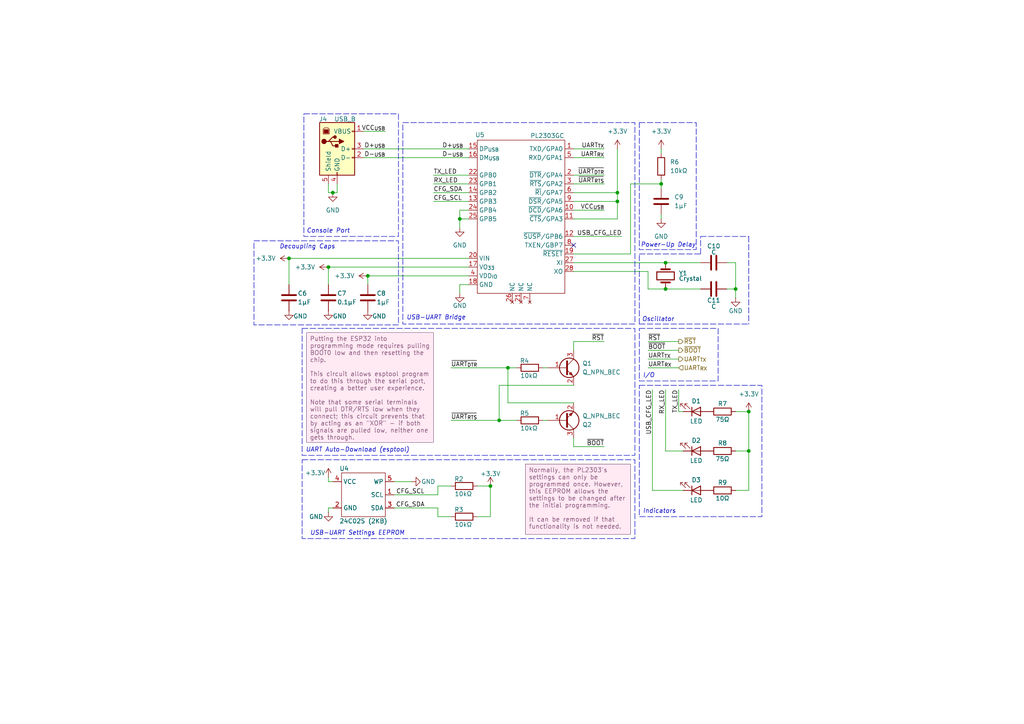
<source format=kicad_sch>
(kicad_sch (version 20231120) (generator "eeschema") (generator_version "8.0")
  (paper "A4")
  (title_block (title "Candytuft WS2811 Controller - USB-UART Circuitry") (date "2024-10-18") (rev "1") (company "https://git.creatures.gay/digimint/candytuft") (comment 3 "Licensed under the CERN OHL-S v2") (comment 4 "Copyright 2024 digimint"))
  (lib_symbols
    (symbol "Connector:USB_B" (pin_names (offset 1.016))
      (property "Reference" "J" (at -5.08 11.43 0))
      (property "Value" "USB_B" (at -5.08 8.89 0))
      (symbol "USB_B_0_1"
        (rectangle (start -5.08 -7.62) (end 5.08 7.62) (stroke (width 0.254)) (fill (type background)))
        (circle (center -3.81 2.159) (radius 0.635) (stroke (width 0.254)) (fill (type outline)))
        (rectangle (start -3.81 5.588) (end -2.54 4.572) (fill (type outline)))
        (circle (center -0.635 3.429) (radius 0.381) (stroke (width 0.254)) (fill (type outline)))
        (rectangle (start -0.127 -7.62) (end 0.127 -6.858))
        (polyline (pts (xy -1.905 2.159) (xy 0.635 2.159)) (stroke (width 0.254)))
        (polyline (pts (xy -3.175 2.159) (xy -2.54 2.159) (xy -1.27 3.429) (xy -0.635 3.429)) (stroke (width 0.254)))
        (polyline (pts (xy -2.54 2.159) (xy -1.905 2.159) (xy -1.27 0.889) (xy 0 0.889)) (stroke (width 0.254)))
        (polyline (pts (xy 0.635 2.794) (xy 0.635 1.524) (xy 1.905 2.159) (xy 0.635 2.794)) (stroke (width 0.254)) (fill (type outline)))
        (polyline (pts (xy -4.064 4.318) (xy -2.286 4.318) (xy -2.286 5.715) (xy -2.667 6.096) (xy -3.683 6.096) (xy -4.064 5.715) (xy -4.064 4.318)))
        (rectangle (start 0.254 1.27) (end -0.508 0.508) (stroke (width 0.254)) (fill (type outline)))
        (rectangle (start 5.08 -2.667) (end 4.318 -2.413))
        (rectangle (start 5.08 -0.127) (end 4.318 0.127))
        (rectangle (start 5.08 4.953) (end 4.318 5.207))
      )
      (symbol "USB_B_1_1"
        (pin power_out line (at 7.62 5.08 180) (length 2.54) (name "VBUS") (number "1"))
        (pin bidirectional line (at 7.62 -2.54 180) (length 2.54) (name "D-") (number "2"))
        (pin bidirectional line (at 7.62 0 180) (length 2.54) (name "D+") (number "3"))
        (pin power_out line (at 0 -10.16 90) (length 2.54) (name "GND") (number "4"))
        (pin passive line (at -2.54 -10.16 90) (length 2.54) (name "Shield") (number "5"))
      )
    )
    (symbol "Device:C" (pin_numbers hide) (pin_names (offset 0.254))
      (property "Reference" "C" (at 0.635 2.54 0))
      (property "Value" "C" (at 0.635 -2.54 0))
      (symbol "C_0_1"
        (polyline (pts (xy -2.032 -0.762) (xy 2.032 -0.762)) (stroke (width 0.508)))
        (polyline (pts (xy -2.032 0.762) (xy 2.032 0.762)) (stroke (width 0.508)))
      )
      (symbol "C_1_1"
        (pin passive line (at 0 3.81 270) (length 2.794) (name "~") (number "1"))
        (pin passive line (at 0 -3.81 90) (length 2.794) (name "~") (number "2"))
      )
    )
    (symbol "Device:Crystal" (pin_numbers hide) (pin_names (offset 1.016) hide)
      (property "Reference" "Y" (at 0 3.81 0))
      (property "Value" "Crystal" (at 0 -3.81 0))
      (symbol "Crystal_0_1"
        (rectangle (start -1.143 2.54) (end 1.143 -2.54) (stroke (width 0.3048)))
        (polyline (pts (xy -2.54 0) (xy -1.905 0)))
        (polyline (pts (xy -1.905 -1.27) (xy -1.905 1.27)) (stroke (width 0.508)))
        (polyline (pts (xy 1.905 -1.27) (xy 1.905 1.27)) (stroke (width 0.508)))
        (polyline (pts (xy 2.54 0) (xy 1.905 0)))
      )
      (symbol "Crystal_1_1"
        (pin passive line (at -3.81 0 0) (length 1.27) (name "1") (number "1"))
        (pin passive line (at 3.81 0 180) (length 1.27) (name "2") (number "2"))
      )
    )
    (symbol "Device:LED" (pin_numbers hide) (pin_names (offset 1.016) hide)
      (property "Reference" "D" (at 0 2.54 0))
      (property "Value" "LED" (at 0 -2.54 0))
      (symbol "LED_0_1"
        (polyline (pts (xy -1.27 -1.27) (xy -1.27 1.27)) (stroke (width 0.254)))
        (polyline (pts (xy -1.27 0) (xy 1.27 0)))
        (polyline (pts (xy 1.27 -1.27) (xy 1.27 1.27) (xy -1.27 0) (xy 1.27 -1.27)) (stroke (width 0.254)))
        (polyline (pts (xy -3.048 -0.762) (xy -4.572 -2.286) (xy -3.81 -2.286) (xy -4.572 -2.286) (xy -4.572 -1.524)))
        (polyline (pts (xy -1.778 -0.762) (xy -3.302 -2.286) (xy -2.54 -2.286) (xy -3.302 -2.286) (xy -3.302 -1.524)))
      )
      (symbol "LED_1_1"
        (pin passive line (at -3.81 0 0) (length 2.54) (name "K") (number "1"))
        (pin passive line (at 3.81 0 180) (length 2.54) (name "A") (number "2"))
      )
    )
    (symbol "Device:Q_NPN_BEC" (pin_names (offset 0) hide)
      (property "Reference" "Q" (at 5.08 1.27 0))
      (property "Value" "Q_NPN_BEC" (at 5.08 -1.27 0))
      (symbol "Q_NPN_BEC_0_1"
        (polyline (pts (xy 0.635 0.635) (xy 2.54 2.54)))
        (polyline (pts (xy 0.635 -0.635) (xy 2.54 -2.54) (xy 2.54 -2.54)))
        (polyline (pts (xy 0.635 1.905) (xy 0.635 -1.905) (xy 0.635 -1.905)) (stroke (width 0.508)))
        (polyline (pts (xy 1.27 -1.778) (xy 1.778 -1.27) (xy 2.286 -2.286) (xy 1.27 -1.778) (xy 1.27 -1.778)) (fill (type outline)))
        (circle (center 1.27 0) (radius 2.8194) (stroke (width 0.254)))
      )
      (symbol "Q_NPN_BEC_1_1"
        (pin input line (at -5.08 0 0) (length 5.715) (name "B") (number "1"))
        (pin passive line (at 2.54 -5.08 90) (length 2.54) (name "E") (number "2"))
        (pin passive line (at 2.54 5.08 270) (length 2.54) (name "C") (number "3"))
      )
    )
    (symbol "Device:R" (pin_numbers hide) (pin_names (offset 0))
      (property "Reference" "R" (at 2.032 0 90))
      (property "Value" "R" (at 0 0 90))
      (symbol "R_0_1"
        (rectangle (start -1.016 -2.54) (end 1.016 2.54) (stroke (width 0.254)))
      )
      (symbol "R_1_1"
        (pin passive line (at 0 3.81 270) (length 1.27) (name "~") (number "1"))
        (pin passive line (at 0 -3.81 90) (length 1.27) (name "~") (number "2"))
      )
    )
    (symbol "candytuft:24C02S"
      (property "Reference" "U" (at -5.588 7.62 0))
      (symbol "24C02S_0_1"
        (rectangle (start -6.35 6.35) (end 6.35 -6.35))
      )
      (symbol "24C02S_1_1"
        (pin open_collector line (at 8.89 0 180) (length 2.54) (name "SCL") (number "1"))
        (pin power_in line (at -8.89 -3.81 0) (length 2.54) (name "GND") (number "2"))
        (pin open_collector line (at 8.89 -3.81 180) (length 2.54) (name "SDA") (number "3"))
        (pin power_in line (at -8.89 3.81 0) (length 2.54) (name "VCC") (number "4"))
        (pin input line (at 8.89 3.81 180) (length 2.54) (name "WP") (number "5"))
      )
    )
    (symbol "candytuft:PL2303GC"
      (property "Reference" "U" (at -11.938 7.874 0))
      (property "Value" "PL2303GC" (at 7.366 7.62 0))
      (symbol "PL2303GC_0_1"
        (rectangle (start -12.7 6.35) (end 12.7 -38.1))
      )
      (symbol "PL2303GC_1_1"
        (pin output line (at 15.24 3.81 180) (length 2.54) (name "TXD/GPA0") (number "1"))
        (pin input line (at 15.24 -13.97 180) (length 2.54) (name "~{DCD}/GPA6") (number "10"))
        (pin input line (at 15.24 -16.51 180) (length 2.54) (name "~{CTS}/GPA3") (number "11"))
        (pin output line (at 15.24 -21.59 180) (length 2.54) (name "~{SUSP}/GPB6") (number "12"))
        (pin bidirectional line (at -15.24 -11.43 0) (length 2.54) (name "GPB3") (number "13"))
        (pin bidirectional line (at -15.24 -8.89 0) (length 2.54) (name "GPB2") (number "14"))
        (pin bidirectional line (at -15.24 3.81 0) (length 2.54) (name "DP_{USB}") (number "15"))
        (pin bidirectional line (at -15.24 1.27 0) (length 2.54) (name "DM_{USB}") (number "16"))
        (pin power_in line (at -15.24 -30.48 0) (length 2.54) (name "VO_{33}") (number "17"))
        (pin power_in line (at -15.24 -35.56 0) (length 2.54) (name "GND") (number "18"))
        (pin input line (at 15.24 -26.67 180) (length 2.54) (name "~{RESET}") (number "19"))
        (pin output line (at 15.24 -3.81 180) (length 2.54) (name "~{DTR}/GPA4") (number "2"))
        (pin power_in line (at -15.24 -27.94 0) (length 2.54) (name "VIN") (number "20"))
        (pin no_connect line (at 0 -40.64 90) (length 2.54) (name "NC") (number "21"))
        (pin bidirectional line (at -15.24 -3.81 0) (length 2.54) (name "GPB0") (number "22"))
        (pin bidirectional line (at -15.24 -6.35 0) (length 2.54) (name "GPB1") (number "23"))
        (pin bidirectional line (at -15.24 -13.97 0) (length 2.54) (name "GPB4") (number "24"))
        (pin bidirectional line (at -15.24 -16.51 0) (length 2.54) (name "GPB5") (number "25"))
        (pin no_connect line (at -2.54 -40.64 90) (length 2.54) (name "NC") (number "26"))
        (pin input line (at 15.24 -29.21 180) (length 2.54) (name "XI") (number "27"))
        (pin input line (at 15.24 -31.75 180) (length 2.54) (name "XO") (number "28"))
        (pin output line (at 15.24 -6.35 180) (length 2.54) (name "~{RTS}/GPA2") (number "3"))
        (pin power_in line (at -15.24 -33.02 0) (length 2.54) (name "VDD_{IO}") (number "4"))
        (pin input line (at 15.24 1.27 180) (length 2.54) (name "RXD/GPA1") (number "5"))
        (pin input line (at 15.24 -8.89 180) (length 2.54) (name "~{RI}/GPA7") (number "6"))
        (pin no_connect line (at 2.54 -40.64 90) (length 2.54) (name "NC") (number "7"))
        (pin output line (at 15.24 -24.13 180) (length 2.54) (name "TXEN/GBP7") (number "8"))
        (pin input line (at 15.24 -11.43 180) (length 2.54) (name "~{DSR}/GPA5") (number "9"))
      )
    )
    (symbol "power:+3.3V" (power) (pin_numbers hide) (pin_names (offset 0) hide)
      (property "Value" "+3.3V" (at 0 3.556 0))
      (symbol "+3.3V_0_1"
        (polyline (pts (xy -0.762 1.27) (xy 0 2.54)))
        (polyline (pts (xy 0 0) (xy 0 2.54)))
        (polyline (pts (xy 0 2.54) (xy 0.762 1.27)))
      )
      (symbol "+3.3V_1_1"
        (pin power_in line (at 0 0 90) (length 0) (name "~") (number "1"))
      )
    )
    (symbol "power:GND" (power) (pin_numbers hide) (pin_names (offset 0) hide)
      (property "Value" "GND" (at 0 -3.81 0))
      (symbol "GND_0_1"
        (polyline (pts (xy 0 0) (xy 0 -1.27) (xy 1.27 -1.27) (xy 0 -2.54) (xy -1.27 -1.27) (xy 0 -1.27)))
      )
      (symbol "GND_1_1"
        (pin power_in line (at 0 0 270) (length 0) (name "~") (number "1"))
      )
    )
  )
  (junction (at 133.35 63.5))
  (junction (at 96.52 55.88))
  (junction (at 95.25 77.47))
  (junction (at 193.04 76.2))
  (junction (at 106.68 80.01))
  (junction (at 217.17 130.81))
  (junction (at 193.04 83.82))
  (junction (at 179.07 55.88))
  (junction (at 144.78 121.92))
  (junction (at 191.77 53.34))
  (junction (at 142.24 140.97))
  (junction (at 179.07 58.42))
  (junction (at 83.82 74.93))
  (junction (at 147.32 106.68))
  (junction (at 213.36 83.82))
  (junction (at 217.17 119.38))
  (no_connect (at 166.37 71.12))
  (wire (pts (xy 213.36 76.2) (xy 213.36 83.82)))
  (wire (pts (xy 95.25 147.32) (xy 95.25 148.59)))
  (wire (pts (xy 193.04 130.81) (xy 198.12 130.81)))
  (wire (pts (xy 196.85 101.6) (xy 187.96 101.6)))
  (wire (pts (xy 166.37 53.34) (xy 175.26 53.34)))
  (wire (pts (xy 191.77 63.5) (xy 191.77 62.23)))
  (wire (pts (xy 105.41 43.18) (xy 135.89 43.18)))
  (wire (pts (xy 166.37 101.6) (xy 166.37 99.06)))
  (wire (pts (xy 138.43 140.97) (xy 142.24 140.97)))
  (wire (pts (xy 179.07 43.18) (xy 179.07 55.88)))
  (wire (pts (xy 147.32 116.84) (xy 166.37 116.84)))
  (wire (pts (xy 187.96 78.74) (xy 187.96 83.82)))
  (wire (pts (xy 106.68 80.01) (xy 106.68 82.55)))
  (wire (pts (xy 142.24 149.86) (xy 138.43 149.86)))
  (wire (pts (xy 213.36 142.24) (xy 217.17 142.24)))
  (wire (pts (xy 105.41 45.72) (xy 135.89 45.72)))
  (wire (pts (xy 210.82 76.2) (xy 213.36 76.2)))
  (wire (pts (xy 97.79 55.88) (xy 97.79 53.34)))
  (wire (pts (xy 142.24 140.97) (xy 142.24 149.86)))
  (wire (pts (xy 191.77 53.34) (xy 191.77 54.61)))
  (wire (pts (xy 127 147.32) (xy 127 149.86)))
  (wire (pts (xy 114.3 139.7) (xy 119.38 139.7)))
  (polyline (pts (xy 185.42 73.66) (xy 203.2 73.66)) (stroke (width 0) (type dash)))
  (wire (pts (xy 125.73 55.88) (xy 135.89 55.88)))
  (wire (pts (xy 166.37 43.18) (xy 175.26 43.18)))
  (wire (pts (xy 130.81 106.68) (xy 147.32 106.68)))
  (wire (pts (xy 95.25 77.47) (xy 135.89 77.47)))
  (wire (pts (xy 182.88 53.34) (xy 191.77 53.34)))
  (wire (pts (xy 196.85 119.38) (xy 198.12 119.38)))
  (wire (pts (xy 147.32 106.68) (xy 149.86 106.68)))
  (wire (pts (xy 95.25 77.47) (xy 95.25 82.55)))
  (wire (pts (xy 95.25 55.88) (xy 95.25 53.34)))
  (wire (pts (xy 166.37 73.66) (xy 182.88 73.66)))
  (polyline (pts (xy 203.2 73.66) (xy 203.2 68.58)) (stroke (width 0) (type dash)))
  (polyline (pts (xy 185.42 93.98) (xy 185.42 73.66)) (stroke (width 0) (type dash)))
  (wire (pts (xy 127 143.51) (xy 127 140.97)))
  (wire (pts (xy 187.96 83.82) (xy 193.04 83.82)))
  (wire (pts (xy 157.48 106.68) (xy 158.75 106.68)))
  (wire (pts (xy 133.35 63.5) (xy 135.89 63.5)))
  (wire (pts (xy 182.88 73.66) (xy 182.88 53.34)))
  (wire (pts (xy 166.37 58.42) (xy 179.07 58.42)))
  (wire (pts (xy 213.36 83.82) (xy 210.82 83.82)))
  (wire (pts (xy 144.78 111.76) (xy 144.78 121.92)))
  (wire (pts (xy 111.76 38.1) (xy 105.41 38.1)))
  (wire (pts (xy 133.35 82.55) (xy 133.35 85.09)))
  (wire (pts (xy 196.85 113.03) (xy 196.85 119.38)))
  (wire (pts (xy 147.32 106.68) (xy 147.32 116.84)))
  (wire (pts (xy 166.37 78.74) (xy 187.96 78.74)))
  (wire (pts (xy 125.73 53.34) (xy 135.89 53.34)))
  (wire (pts (xy 96.52 55.88) (xy 95.25 55.88)))
  (wire (pts (xy 127 149.86) (xy 130.81 149.86)))
  (polyline (pts (xy 185.42 93.98) (xy 217.17 93.98)) (stroke (width 0) (type dash)))
  (wire (pts (xy 166.37 63.5) (xy 179.07 63.5)))
  (wire (pts (xy 83.82 74.93) (xy 83.82 82.55)))
  (wire (pts (xy 133.35 60.96) (xy 133.35 63.5)))
  (wire (pts (xy 191.77 43.18) (xy 191.77 44.45)))
  (wire (pts (xy 135.89 82.55) (xy 133.35 82.55)))
  (wire (pts (xy 83.82 74.93) (xy 135.89 74.93)))
  (wire (pts (xy 179.07 63.5) (xy 179.07 58.42)))
  (wire (pts (xy 144.78 121.92) (xy 149.86 121.92)))
  (wire (pts (xy 196.85 104.14) (xy 187.96 104.14)))
  (wire (pts (xy 133.35 63.5) (xy 133.35 66.04)))
  (wire (pts (xy 166.37 99.06) (xy 175.26 99.06)))
  (wire (pts (xy 166.37 127) (xy 166.37 129.54)))
  (wire (pts (xy 96.52 139.7) (xy 95.25 139.7)))
  (wire (pts (xy 97.79 55.88) (xy 96.52 55.88)))
  (wire (pts (xy 127 140.97) (xy 130.81 140.97)))
  (wire (pts (xy 196.85 106.68) (xy 187.96 106.68)))
  (wire (pts (xy 130.81 121.92) (xy 144.78 121.92)))
  (wire (pts (xy 166.37 129.54) (xy 175.26 129.54)))
  (wire (pts (xy 180.34 68.58) (xy 166.37 68.58)))
  (wire (pts (xy 166.37 50.8) (xy 175.26 50.8)))
  (wire (pts (xy 179.07 58.42) (xy 179.07 55.88)))
  (wire (pts (xy 135.89 60.96) (xy 133.35 60.96)))
  (wire (pts (xy 191.77 52.07) (xy 191.77 53.34)))
  (wire (pts (xy 144.78 111.76) (xy 166.37 111.76)))
  (wire (pts (xy 189.23 113.03) (xy 189.23 142.24)))
  (wire (pts (xy 157.48 121.92) (xy 158.75 121.92)))
  (wire (pts (xy 114.3 147.32) (xy 127 147.32)))
  (wire (pts (xy 213.36 83.82) (xy 213.36 86.36)))
  (wire (pts (xy 114.3 143.51) (xy 127 143.51)))
  (wire (pts (xy 213.36 130.81) (xy 217.17 130.81)))
  (polyline (pts (xy 203.2 68.58) (xy 217.17 68.58)) (stroke (width 0) (type dash)))
  (wire (pts (xy 166.37 55.88) (xy 179.07 55.88)))
  (wire (pts (xy 175.26 60.96) (xy 166.37 60.96)))
  (wire (pts (xy 166.37 45.72) (xy 175.26 45.72)))
  (wire (pts (xy 106.68 80.01) (xy 135.89 80.01)))
  (wire (pts (xy 196.85 99.06) (xy 187.96 99.06)))
  (wire (pts (xy 193.04 76.2) (xy 203.2 76.2)))
  (wire (pts (xy 125.73 58.42) (xy 135.89 58.42)))
  (wire (pts (xy 193.04 113.03) (xy 193.04 130.81)))
  (wire (pts (xy 213.36 119.38) (xy 217.17 119.38)))
  (wire (pts (xy 166.37 76.2) (xy 193.04 76.2)))
  (wire (pts (xy 95.25 138.43) (xy 95.25 139.7)))
  (wire (pts (xy 189.23 142.24) (xy 198.12 142.24)))
  (wire (pts (xy 217.17 119.38) (xy 217.17 130.81)))
  (wire (pts (xy 96.52 147.32) (xy 95.25 147.32)))
  (wire (pts (xy 193.04 83.82) (xy 203.2 83.82)))
  (polyline (pts (xy 217.17 68.58) (xy 217.17 93.98)) (stroke (width 0) (type dash)))
  (wire (pts (xy 125.73 50.8) (xy 135.89 50.8)))
  (wire (pts (xy 217.17 130.81) (xy 217.17 142.24)))
  (rectangle (start 87.63 95.25) (end 184.15 132.08) (stroke (width 0) (type dash)))
  (rectangle (start 185.42 111.76) (end 220.98 149.86) (stroke (width 0) (type dash)))
  (rectangle (start 185.42 35.56) (end 201.93 72.39) (stroke (width 0) (type dash)))
  (rectangle (start 73.66 69.85) (end 115.57 94.234) (stroke (width 0) (type dash)))
  (rectangle (start 87.63 133.35) (end 184.15 156.21) (stroke (width 0) (type dash)))
  (rectangle (start 88.138 33.02) (end 115.57 68.58) (stroke (width 0) (type dash)))
  (rectangle (start 185.42 95.25) (end 208.28 110.49) (stroke (width 0) (type dash)))
  (rectangle (start 116.84 35.56) (end 184.15 93.98) (stroke (width 0) (type dash)))
  (text_box "Putting the ESP32 into programming mode requires pulling BOOT0 low and then resetting the chip.\n\nThis circuit allows esptool program to do this through the serial port, creating a better user experience.\n\nNote that some serial terminals will pull DTR/RTS low when they connect; this circuit prevents that by acting as an \"XOR\" - if both signals are pulled low, neither one gets through." (at 88.9 96.52 0) (size 36.83 31.75) (stroke (width 0) (color 136 87 125 1)) (fill (type color) (color 255 233 243 1)) (effects (font (size 1.27 1.27)) (justify left top)))
  (text_box "Normally, the PL2303's settings can only be programmed once. However, this EEPROM allows the settings to be changed after the initial programming.\n\nIt can be removed if that functionality is not needed." (at 152.4 134.62 0) (size 30.48 20.32) (stroke (width 0) (color 136 87 125 1)) (fill (type color) (color 255 233 243 1)) (effects (font (size 1.27 1.27)) (justify left top)))
  (text "Oscillator" (at 186.182 92.71 0) (effects (font (size 1.27 1.27) (italic yes)) (justify left)))
  (text "Decoupling Caps" (at 81.026 71.628 0) (effects (font (size 1.27 1.27) (italic yes)) (justify left)))
  (text "Console Port" (at 88.9 67.056 0) (effects (font (size 1.27 1.27) (italic yes)) (justify left)))
  (text "I/O" (at 186.436 108.966 0) (effects (font (size 1.27 1.27) (italic yes)) (justify left)))
  (text "UART Auto-Download (esptool)" (at 88.646 130.556 0) (effects (font (size 1.27 1.27) (italic yes)) (justify left)))
  (text "USB-UART Settings EEPROM" (at 89.916 154.686 0) (effects (font (size 1.27 1.27) (italic yes)) (justify left)))
  (text "Indicators" (at 191.262 148.336 0) (effects (font (size 1.27 1.27) (italic yes))))
  (text "USB-UART Bridge" (at 117.856 92.202 0) (effects (font (size 1.27 1.27) (italic yes)) (justify left)))
  (text "Power-Up Delay" (at 193.802 71.12 0) (effects (font (size 1.27 1.27) (italic yes))))
  (label "D+_{USB}" (at 128.27 43.18 0))
  (label "USB_CFG_LED" (at 189.23 113.03 270))
  (label "~{RST}" (at 187.96 99.06 0))
  (label "UART_{TX}" (at 187.96 104.14 0))
  (label "UART_{RX}" (at 187.96 106.68 0))
  (label "VCC_{USB}" (at 175.26 60.96 180))
  (label "CFG_SDA" (at 125.73 55.88 0))
  (label "~{UART_{DTR}}" (at 175.26 50.8 180))
  (label "VCC_{USB}" (at 111.76 38.1 180))
  (label "RX_LED" (at 193.04 113.03 270))
  (label "~{BOOT}" (at 175.26 129.54 180))
  (label "~{UART_{RTS}}" (at 175.26 53.34 180))
  (label "RX_LED" (at 125.73 53.34 0))
  (label "CFG_SCL" (at 125.73 58.42 0))
  (label "CFG_SDA" (at 123.19 147.32 180))
  (label "TX_LED" (at 125.73 50.8 0))
  (label "D-_{USB}" (at 128.27 45.72 0))
  (label "TX_LED" (at 196.85 113.03 270))
  (label "~{RST}" (at 175.26 99.06 180))
  (label "CFG_SCL" (at 123.19 143.51 180))
  (label "UART_{TX}" (at 175.26 43.18 180))
  (label "~{BOOT}" (at 187.96 101.6 0))
  (label "USB_CFG_LED" (at 180.34 68.58 180))
  (label "UART_{RX}" (at 175.26 45.72 180))
  (label "D+_{USB}" (at 111.76 43.18 180))
  (label "D-_{USB}" (at 111.76 45.72 180))
  (label "~{UART_{DTR}}" (at 130.81 106.68 0))
  (label "~{UART_{RTS}}" (at 130.81 121.92 0))
  (hierarchical_label "UART_{RX}" (shape input) (at 196.85 106.68 0))
  (hierarchical_label "~{RST}" (shape output) (at 196.85 99.06 0))
  (hierarchical_label "UART_{TX}" (shape output) (at 196.85 104.14 0))
  (hierarchical_label "~{BOOT}" (shape output) (at 196.85 101.6 0))
  (symbol (lib_id "power:GND") (at 119.38 139.7 90) (unit 1)
    (property "Reference" "#PWR036" (effects (hide yes)))
    (property "Value" "GND" (at 124.206 139.7 90))
    (property "Description" "Power symbol creates a global label with name \"GND\" , ground" (effects (hide yes)))
  )
  (symbol (lib_id "power:GND") (at 133.35 85.09 0) (unit 1)
    (property "Reference" "#PWR020" (effects (hide yes)))
    (property "Value" "GND" (at 133.35 88.646 0))
    (property "Description" "Power symbol creates a global label with name \"GND\" , ground" (effects (hide yes)))
  )
  (symbol (lib_id "Device:C") (at 83.82 86.36 0) (unit 1)
    (property "Reference" "C6" (at 86.36 85.09 0) (effects (justify left)))
    (property "Value" "1μF" (at 86.36 87.63 0) (effects (justify left)))
    (property "Description" "Unpolarized capacitor" (effects (hide yes)))
  )
  (symbol (lib_id "Device:Q_NPN_BEC") (at 163.83 106.68 0) (unit 1)
    (property "Reference" "Q1" (at 168.91 105.4099 0) (effects (justify left)))
    (property "Value" "Q_NPN_BEC" (at 168.91 107.9499 0) (effects (justify left)))
    (property "Description" "NPN transistor, base/emitter/collector" (effects (hide yes)))
  )
  (symbol (lib_id "power:GND") (at 95.25 90.17 0) (unit 1)
    (property "Reference" "#PWR017" (effects (hide yes)))
    (property "Value" "GND" (at 98.552 91.694 0))
    (property "Description" "Power symbol creates a global label with name \"GND\" , ground" (effects (hide yes)))
  )
  (symbol (lib_id "Device:C") (at 106.68 86.36 0) (unit 1)
    (property "Reference" "C8" (at 109.22 85.09 0) (effects (justify left)))
    (property "Value" "1μF" (at 109.22 87.63 0) (effects (justify left)))
    (property "Description" "Unpolarized capacitor" (effects (hide yes)))
  )
  (symbol (lib_id "power:GND") (at 96.52 55.88 0) (unit 1)
    (property "Reference" "#PWR030" (effects (hide yes)))
    (property "Value" "GND" (at 96.52 60.96 0))
    (property "Description" "Power symbol creates a global label with name \"GND\" , ground" (effects (hide yes)))
  )
  (symbol (lib_id "power:+3.3V") (at 142.24 140.97 0) (unit 1)
    (property "Reference" "#PWR034" (effects (hide yes)))
    (property "Value" "+3.3V" (at 142.24 137.414 0))
    (property "Description" "Power symbol creates a global label with name \"+3.3V\"" (effects (hide yes)))
  )
  (symbol (lib_id "Device:R") (at 153.67 121.92 90) (unit 1)
    (property "Reference" "R5" (at 152.146 119.888 90))
    (property "Value" "10kΩ" (at 150.876 124.206 90) (effects (justify right)))
    (property "Footprint" "Resistor_SMD:R_0805_2012Metric" (effects (hide yes)))
    (property "Description" "Resistor" (effects (hide yes)))
  )
  (symbol (lib_id "power:+3.3V") (at 95.25 77.47 90) (unit 1)
    (property "Reference" "#PWR016" (effects (hide yes)))
    (property "Value" "+3.3V" (at 91.44 77.4699 90) (effects (justify left)))
    (property "Description" "Power symbol creates a global label with name \"+3.3V\"" (effects (hide yes)))
  )
  (symbol (lib_id "power:+3.3V") (at 217.17 119.38 0) (unit 1)
    (property "Reference" "#PWR031" (effects (hide yes)))
    (property "Value" "+3.3V" (at 217.17 114.3 0))
    (property "Description" "Power symbol creates a global label with name \"+3.3V\"" (effects (hide yes)))
  )
  (symbol (lib_id "power:GND") (at 191.77 63.5 0) (unit 1)
    (property "Reference" "#PWR022" (effects (hide yes)))
    (property "Value" "GND" (at 191.77 68.58 0))
    (property "Description" "Power symbol creates a global label with name \"GND\" , ground" (effects (hide yes)))
  )
  (symbol (lib_id "Device:R") (at 153.67 106.68 90) (unit 1)
    (property "Reference" "R4" (at 152.146 104.648 90))
    (property "Value" "10kΩ" (at 150.876 108.966 90) (effects (justify right)))
    (property "Footprint" "Resistor_SMD:R_0805_2012Metric" (effects (hide yes)))
    (property "Description" "Resistor" (effects (hide yes)))
  )
  (symbol (lib_id "Device:R") (at 209.55 130.81 90) (unit 1)
    (property "Reference" "R8" (at 209.55 128.524 90))
    (property "Value" "75Ω" (at 209.55 133.096 90))
    (property "Footprint" "Resistor_SMD:R_0603_1608Metric" (effects (hide yes)))
    (property "Description" "Resistor" (effects (hide yes)))
    (property "Part No" "0603WAF750JT5E" (effects (hide yes)))
  )
  (symbol (lib_id "Device:R") (at 134.62 149.86 90) (unit 1)
    (property "Reference" "R3" (at 133.096 147.828 90))
    (property "Value" "10kΩ" (at 131.826 152.146 90) (effects (justify right)))
    (property "Footprint" "Resistor_SMD:R_0805_2012Metric" (effects (hide yes)))
    (property "Description" "Resistor" (effects (hide yes)))
  )
  (symbol (lib_id "Device:Crystal") (at 193.04 80.01 90) (unit 1)
    (property "Reference" "Y1" (at 196.85 79.248 90) (effects (justify right)))
    (property "Value" "Crystal" (at 196.85 80.772 90) (effects (justify right)))
    (property "Description" "Two pin crystal" (effects (hide yes)))
  )
  (symbol (lib_id "Device:R") (at 209.55 142.24 90) (unit 1)
    (property "Reference" "R9" (at 209.55 139.954 90))
    (property "Value" "10Ω" (at 209.55 144.526 90))
    (property "Footprint" "Resistor_SMD:R_0805_2012Metric" (effects (hide yes)))
    (property "Description" "Resistor" (effects (hide yes)))
    (property "Part No" "0805W8F100JT5E" (effects (hide yes)))
  )
  (symbol (lib_id "Device:LED") (at 201.93 142.24 0) (mirror x) (unit 1)
    (property "Reference" "D3" (at 201.93 139.192 0))
    (property "Value" "LED" (at 201.93 145.034 0))
    (property "Footprint" "LED_THT:LED_D5.0mm_Clear" (effects (hide yes)))
    (property "Description" "Light emitting diode" (effects (hide yes)))
  )
  (symbol (lib_id "Device:C") (at 207.01 76.2 90) (unit 1)
    (property "Reference" "C10" (at 207.01 71.374 90))
    (property "Value" "C" (at 207.01 73.152 90))
    (property "Description" "Unpolarized capacitor" (effects (hide yes)))
  )
  (symbol (lib_id "power:GND") (at 95.25 148.59 0) (unit 1)
    (property "Reference" "#PWR033" (effects (hide yes)))
    (property "Value" "GND" (at 91.694 149.86 0))
    (property "Description" "Power symbol creates a global label with name \"GND\" , ground" (effects (hide yes)))
  )
  (symbol (lib_id "Device:R") (at 134.62 140.97 90) (unit 1)
    (property "Reference" "R2" (at 133.096 138.938 90))
    (property "Value" "10kΩ" (at 131.826 143.256 90) (effects (justify right)))
    (property "Footprint" "Resistor_SMD:R_0805_2012Metric" (effects (hide yes)))
    (property "Description" "Resistor" (effects (hide yes)))
  )
  (symbol (lib_id "power:+3.3V") (at 106.68 80.01 90) (unit 1)
    (property "Reference" "#PWR018" (effects (hide yes)))
    (property "Value" "+3.3V" (at 102.87 80.0099 90) (effects (justify left)))
    (property "Description" "Power symbol creates a global label with name \"+3.3V\"" (effects (hide yes)))
  )
  (symbol (lib_id "Device:C") (at 191.77 58.42 0) (unit 1)
    (property "Reference" "C9" (at 195.58 57.1499 0) (effects (justify left)))
    (property "Value" "1μF" (at 195.58 59.6899 0) (effects (justify left)))
    (property "Description" "Unpolarized capacitor" (effects (hide yes)))
  )
  (symbol (lib_id "power:+3.3V") (at 191.77 43.18 0) (unit 1)
    (property "Reference" "#PWR021" (effects (hide yes)))
    (property "Value" "+3.3V" (at 191.77 38.1 0))
    (property "Description" "Power symbol creates a global label with name \"+3.3V\"" (effects (hide yes)))
  )
  (symbol (lib_id "Device:LED") (at 201.93 130.81 0) (mirror x) (unit 1)
    (property "Reference" "D2" (at 201.93 127.762 0))
    (property "Value" "LED" (at 201.93 133.604 0))
    (property "Footprint" "LED_THT:LED_D5.0mm_Clear" (effects (hide yes)))
    (property "Description" "Light emitting diode" (effects (hide yes)))
  )
  (symbol (lib_id "power:+3.3V") (at 179.07 43.18 0) (unit 1)
    (property "Reference" "#PWR035" (effects (hide yes)))
    (property "Value" "+3.3V" (at 179.07 38.1 0))
    (property "Description" "Power symbol creates a global label with name \"+3.3V\"" (effects (hide yes)))
  )
  (symbol (lib_id "Device:Q_NPN_BEC") (at 163.83 121.92 0) (mirror x) (unit 1)
    (property "Reference" "Q2" (at 168.91 123.1901 0) (effects (justify left)))
    (property "Value" "Q_NPN_BEC" (at 168.91 120.6501 0) (effects (justify left)))
    (property "Description" "NPN transistor, base/emitter/collector" (effects (hide yes)))
  )
  (symbol (lib_id "candytuft:24C02S") (at 105.41 143.51 0) (unit 1)
    (property "Reference" "U4" (at 99.822 135.89 0))
    (property "Value" "24C02S (2KB)" (at 105.41 151.13 0))
  )
  (symbol (lib_id "Device:LED") (at 201.93 119.38 0) (mirror x) (unit 1)
    (property "Reference" "D1" (at 201.93 116.332 0))
    (property "Value" "LED" (at 201.93 122.174 0))
    (property "Footprint" "LED_THT:LED_D5.0mm_Clear" (effects (hide yes)))
    (property "Description" "Light emitting diode" (effects (hide yes)))
  )
  (symbol (lib_id "Device:R") (at 209.55 119.38 90) (unit 1)
    (property "Reference" "R7" (at 209.55 117.094 90))
    (property "Value" "75Ω" (at 209.55 121.666 90))
    (property "Footprint" "Resistor_SMD:R_0603_1608Metric" (effects (hide yes)))
    (property "Description" "Resistor" (effects (hide yes)))
    (property "Part No." "0603WAF750JT5E" (effects (hide yes)))
  )
  (symbol (lib_id "power:+3.3V") (at 83.82 74.93 90) (unit 1)
    (property "Reference" "#PWR014" (effects (hide yes)))
    (property "Value" "+3.3V" (at 80.01 74.9299 90) (effects (justify left)))
    (property "Description" "Power symbol creates a global label with name \"+3.3V\"" (effects (hide yes)))
  )
  (symbol (lib_id "power:GND") (at 133.35 66.04 0) (unit 1)
    (property "Reference" "#PWR037" (effects (hide yes)))
    (property "Value" "GND" (at 133.35 71.12 0))
    (property "Description" "Power symbol creates a global label with name \"GND\" , ground" (effects (hide yes)))
  )
  (symbol (lib_id "power:GND") (at 213.36 86.36 0) (unit 1)
    (property "Reference" "#PWR023" (effects (hide yes)))
    (property "Value" "GND" (at 213.36 90.17 0))
    (property "Description" "Power symbol creates a global label with name \"GND\" , ground" (effects (hide yes)))
  )
  (symbol (lib_id "Device:C") (at 95.25 86.36 0) (unit 1)
    (property "Reference" "C7" (at 97.79 85.09 0) (effects (justify left)))
    (property "Value" "0.1μF" (at 97.79 87.63 0) (effects (justify left)))
    (property "Description" "Unpolarized capacitor" (effects (hide yes)))
  )
  (symbol (lib_id "power:GND") (at 83.82 90.17 0) (unit 1)
    (property "Reference" "#PWR015" (effects (hide yes)))
    (property "Value" "GND" (at 87.122 91.694 0))
    (property "Description" "Power symbol creates a global label with name \"GND\" , ground" (effects (hide yes)))
  )
  (symbol (lib_id "candytuft:PL2303GC") (at 151.13 46.99 0) (unit 1)
    (property "Reference" "U5" (at 139.192 39.116 0))
    (property "Value" "PL2303GC" (at 158.75 39.37 0))
    (property "Description" "USB-UART Bridge" (effects (hide yes)))
  )
  (symbol (lib_id "Connector:USB_B") (at 97.79 43.18 0) (unit 1)
    (property "Reference" "J4" (at 93.726 34.544 0))
    (property "Value" "USB_B" (at 100.076 34.544 0))
    (property "Datasheet" " ~" (effects (hide yes)))
    (property "Description" "USB Type B connector" (effects (hide yes)))
  )
  (symbol (lib_id "Device:R") (at 191.77 48.26 0) (unit 1)
    (property "Reference" "R6" (at 194.31 46.9899 0) (effects (justify left)))
    (property "Value" "10kΩ" (at 194.31 49.5299 0) (effects (justify left)))
    (property "Description" "Resistor" (effects (hide yes)))
  )
  (symbol (lib_id "power:+3.3V") (at 95.25 138.43 0) (unit 1)
    (property "Reference" "#PWR032" (effects (hide yes)))
    (property "Value" "+3.3V" (at 91.44 137.16 0))
    (property "Description" "Power symbol creates a global label with name \"+3.3V\"" (effects (hide yes)))
  )
  (symbol (lib_id "power:GND") (at 106.68 90.17 0) (unit 1)
    (property "Reference" "#PWR019" (effects (hide yes)))
    (property "Value" "GND" (at 109.982 91.694 0))
    (property "Description" "Power symbol creates a global label with name \"GND\" , ground" (effects (hide yes)))
  )
  (symbol (lib_id "Device:C") (at 207.01 83.82 90) (unit 1)
    (property "Reference" "C11" (at 207.01 87.122 90))
    (property "Value" "C" (at 207.01 88.9 90))
    (property "Description" "Unpolarized capacitor" (effects (hide yes)))
  )
)
</source>
